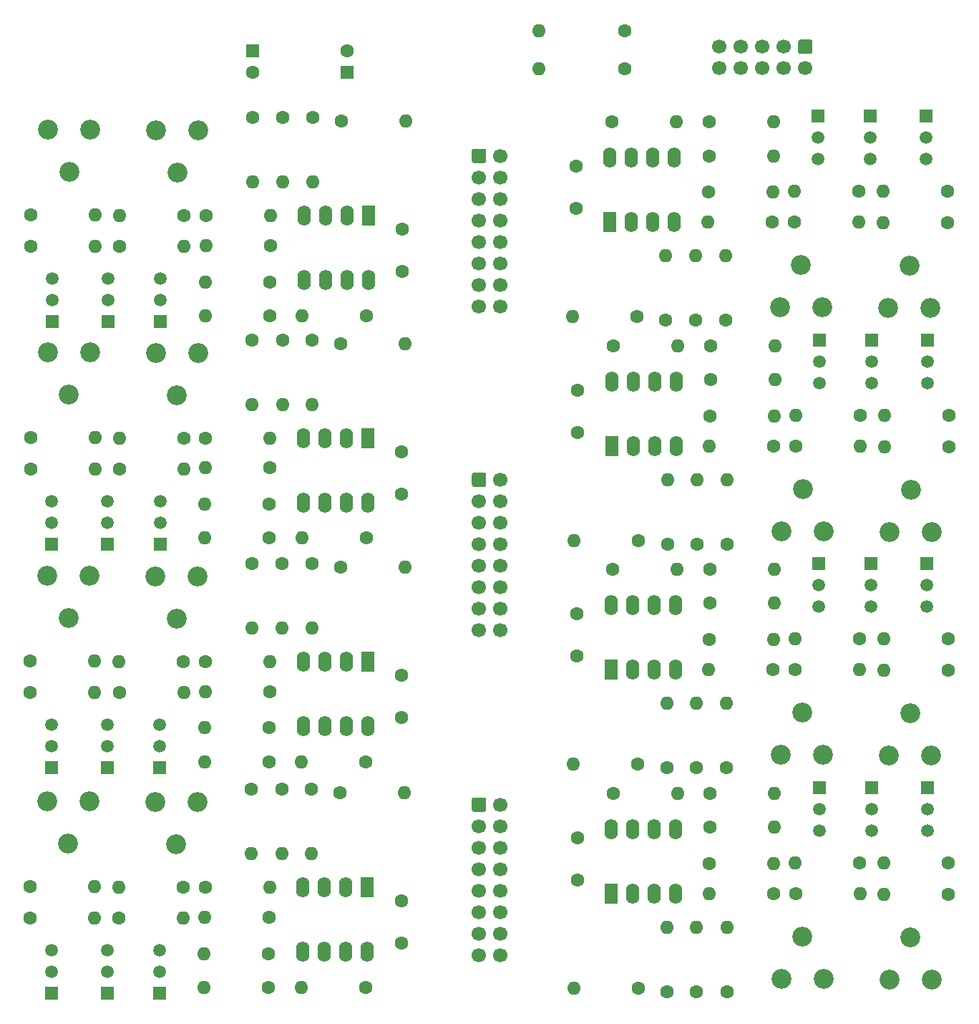
<source format=gbr>
%TF.GenerationSoftware,KiCad,Pcbnew,5.1.10-88a1d61d58~88~ubuntu20.10.1*%
%TF.CreationDate,2021-06-16T00:04:35+02:00*%
%TF.ProjectId,vca-8,7663612d-382e-46b6-9963-61645f706362,v1.0.0*%
%TF.SameCoordinates,Original*%
%TF.FileFunction,Soldermask,Top*%
%TF.FilePolarity,Negative*%
%FSLAX46Y46*%
G04 Gerber Fmt 4.6, Leading zero omitted, Abs format (unit mm)*
G04 Created by KiCad (PCBNEW 5.1.10-88a1d61d58~88~ubuntu20.10.1) date 2021-06-16 00:04:35*
%MOMM*%
%LPD*%
G01*
G04 APERTURE LIST*
%ADD10O,1.600000X2.400000*%
%ADD11R,1.600000X2.400000*%
%ADD12O,1.600000X1.600000*%
%ADD13C,1.600000*%
%ADD14R,1.500000X1.500000*%
%ADD15C,1.500000*%
%ADD16C,2.340000*%
%ADD17C,1.700000*%
%ADD18R,1.600000X1.600000*%
G04 APERTURE END LIST*
D10*
%TO.C,U8*%
X70580000Y-129830000D03*
X62960000Y-122210000D03*
X68040000Y-129830000D03*
X65500000Y-122210000D03*
X65500000Y-129830000D03*
X68040000Y-122210000D03*
X62960000Y-129830000D03*
D11*
X70580000Y-122210000D03*
%TD*%
D10*
%TO.C,U7*%
X99440000Y-115280000D03*
X107060000Y-122900000D03*
X101980000Y-115280000D03*
X104520000Y-122900000D03*
X104520000Y-115280000D03*
X101980000Y-122900000D03*
X107060000Y-115280000D03*
D11*
X99440000Y-122900000D03*
%TD*%
D10*
%TO.C,U6*%
X70620000Y-103150000D03*
X63000000Y-95530000D03*
X68080000Y-103150000D03*
X65540000Y-95530000D03*
X65540000Y-103150000D03*
X68080000Y-95530000D03*
X63000000Y-103150000D03*
D11*
X70620000Y-95530000D03*
%TD*%
D10*
%TO.C,U5*%
X99400000Y-88780000D03*
X107020000Y-96400000D03*
X101940000Y-88780000D03*
X104480000Y-96400000D03*
X104480000Y-88780000D03*
X101940000Y-96400000D03*
X107020000Y-88780000D03*
D11*
X99400000Y-96400000D03*
%TD*%
D10*
%TO.C,U4*%
X70660000Y-76710000D03*
X63040000Y-69090000D03*
X68120000Y-76710000D03*
X65580000Y-69090000D03*
X65580000Y-76710000D03*
X68120000Y-69090000D03*
X63040000Y-76710000D03*
D11*
X70660000Y-69090000D03*
%TD*%
D10*
%TO.C,U2*%
X99480000Y-62360000D03*
X107100000Y-69980000D03*
X102020000Y-62360000D03*
X104560000Y-69980000D03*
X104560000Y-62360000D03*
X102020000Y-69980000D03*
X107100000Y-62360000D03*
D11*
X99480000Y-69980000D03*
%TD*%
D10*
%TO.C,U1*%
X70700000Y-50410000D03*
X63080000Y-42790000D03*
X68160000Y-50410000D03*
X65620000Y-42790000D03*
X65620000Y-50410000D03*
X68160000Y-42790000D03*
X63080000Y-50410000D03*
D11*
X70700000Y-42790000D03*
%TD*%
D12*
%TO.C,R120*%
X62760000Y-134010000D03*
D13*
X70380000Y-134010000D03*
%TD*%
D12*
%TO.C,R119*%
X51260000Y-134010000D03*
D13*
X58880000Y-134010000D03*
%TD*%
D12*
%TO.C,R118*%
X51260000Y-130010000D03*
D13*
X58880000Y-130010000D03*
%TD*%
D12*
%TO.C,R117*%
X51360000Y-125710000D03*
D13*
X58980000Y-125710000D03*
%TD*%
D12*
%TO.C,R116*%
X38300000Y-122110000D03*
D13*
X30680000Y-122110000D03*
%TD*%
D12*
%TO.C,R115*%
X59000000Y-122210000D03*
D13*
X51380000Y-122210000D03*
%TD*%
D12*
%TO.C,R114*%
X48800000Y-125810000D03*
D13*
X41180000Y-125810000D03*
%TD*%
D12*
%TO.C,R113*%
X38300000Y-125810000D03*
D13*
X30680000Y-125810000D03*
%TD*%
D12*
%TO.C,R112*%
X41160000Y-122210000D03*
D13*
X48780000Y-122210000D03*
%TD*%
D12*
%TO.C,R111*%
X60480000Y-118210000D03*
D13*
X60480000Y-110590000D03*
%TD*%
D12*
%TO.C,R110*%
X63980000Y-118230000D03*
D13*
X63980000Y-110610000D03*
%TD*%
D12*
%TO.C,R109*%
X56880000Y-118230000D03*
D13*
X56880000Y-110610000D03*
%TD*%
D12*
%TO.C,R108*%
X75000000Y-111010000D03*
D13*
X67380000Y-111010000D03*
%TD*%
D12*
%TO.C,R105*%
X107260000Y-111100000D03*
D13*
X99640000Y-111100000D03*
%TD*%
D12*
%TO.C,R104*%
X118760000Y-111100000D03*
D13*
X111140000Y-111100000D03*
%TD*%
D12*
%TO.C,R103*%
X118760000Y-115100000D03*
D13*
X111140000Y-115100000D03*
%TD*%
D12*
%TO.C,R102*%
X118660000Y-119400000D03*
D13*
X111040000Y-119400000D03*
%TD*%
D12*
%TO.C,R101*%
X131720000Y-123000000D03*
D13*
X139340000Y-123000000D03*
%TD*%
D12*
%TO.C,R100*%
X111020000Y-122900000D03*
D13*
X118640000Y-122900000D03*
%TD*%
D12*
%TO.C,R99*%
X121220000Y-119300000D03*
D13*
X128840000Y-119300000D03*
%TD*%
D12*
%TO.C,R98*%
X131720000Y-119300000D03*
D13*
X139340000Y-119300000D03*
%TD*%
D12*
%TO.C,R97*%
X128860000Y-122900000D03*
D13*
X121240000Y-122900000D03*
%TD*%
D12*
%TO.C,R96*%
X109540000Y-126900000D03*
D13*
X109540000Y-134520000D03*
%TD*%
D12*
%TO.C,R95*%
X106040000Y-126880000D03*
D13*
X106040000Y-134500000D03*
%TD*%
D12*
%TO.C,R94*%
X113140000Y-126880000D03*
D13*
X113140000Y-134500000D03*
%TD*%
D12*
%TO.C,R93*%
X95020000Y-134100000D03*
D13*
X102640000Y-134100000D03*
%TD*%
D12*
%TO.C,R90*%
X62800000Y-107330000D03*
D13*
X70420000Y-107330000D03*
%TD*%
D12*
%TO.C,R89*%
X51300000Y-107330000D03*
D13*
X58920000Y-107330000D03*
%TD*%
D12*
%TO.C,R88*%
X51300000Y-103330000D03*
D13*
X58920000Y-103330000D03*
%TD*%
D12*
%TO.C,R87*%
X51400000Y-99030000D03*
D13*
X59020000Y-99030000D03*
%TD*%
D12*
%TO.C,R86*%
X38340000Y-95430000D03*
D13*
X30720000Y-95430000D03*
%TD*%
D12*
%TO.C,R85*%
X59040000Y-95530000D03*
D13*
X51420000Y-95530000D03*
%TD*%
D12*
%TO.C,R84*%
X48840000Y-99130000D03*
D13*
X41220000Y-99130000D03*
%TD*%
D12*
%TO.C,R83*%
X38340000Y-99130000D03*
D13*
X30720000Y-99130000D03*
%TD*%
D12*
%TO.C,R82*%
X41200000Y-95530000D03*
D13*
X48820000Y-95530000D03*
%TD*%
D12*
%TO.C,R81*%
X60520000Y-91530000D03*
D13*
X60520000Y-83910000D03*
%TD*%
D12*
%TO.C,R80*%
X64020000Y-91550000D03*
D13*
X64020000Y-83930000D03*
%TD*%
D12*
%TO.C,R79*%
X56920000Y-91550000D03*
D13*
X56920000Y-83930000D03*
%TD*%
D12*
%TO.C,R78*%
X75040000Y-84330000D03*
D13*
X67420000Y-84330000D03*
%TD*%
D12*
%TO.C,R75*%
X107220000Y-84600000D03*
D13*
X99600000Y-84600000D03*
%TD*%
D12*
%TO.C,R74*%
X118720000Y-84600000D03*
D13*
X111100000Y-84600000D03*
%TD*%
D12*
%TO.C,R73*%
X118720000Y-88600000D03*
D13*
X111100000Y-88600000D03*
%TD*%
D12*
%TO.C,R72*%
X118620000Y-92900000D03*
D13*
X111000000Y-92900000D03*
%TD*%
D12*
%TO.C,R71*%
X131680000Y-96500000D03*
D13*
X139300000Y-96500000D03*
%TD*%
D12*
%TO.C,R70*%
X110980000Y-96400000D03*
D13*
X118600000Y-96400000D03*
%TD*%
D12*
%TO.C,R69*%
X121180000Y-92800000D03*
D13*
X128800000Y-92800000D03*
%TD*%
D12*
%TO.C,R68*%
X131680000Y-92800000D03*
D13*
X139300000Y-92800000D03*
%TD*%
D12*
%TO.C,R67*%
X128820000Y-96400000D03*
D13*
X121200000Y-96400000D03*
%TD*%
D12*
%TO.C,R66*%
X109500000Y-100400000D03*
D13*
X109500000Y-108020000D03*
%TD*%
D12*
%TO.C,R65*%
X106000000Y-100380000D03*
D13*
X106000000Y-108000000D03*
%TD*%
D12*
%TO.C,R64*%
X113100000Y-100380000D03*
D13*
X113100000Y-108000000D03*
%TD*%
D12*
%TO.C,R63*%
X94980000Y-107600000D03*
D13*
X102600000Y-107600000D03*
%TD*%
D12*
%TO.C,R60*%
X62840000Y-80890000D03*
D13*
X70460000Y-80890000D03*
%TD*%
D12*
%TO.C,R59*%
X51340000Y-80890000D03*
D13*
X58960000Y-80890000D03*
%TD*%
D12*
%TO.C,R58*%
X51340000Y-76890000D03*
D13*
X58960000Y-76890000D03*
%TD*%
D12*
%TO.C,R57*%
X51440000Y-72590000D03*
D13*
X59060000Y-72590000D03*
%TD*%
D12*
%TO.C,R56*%
X38380000Y-68990000D03*
D13*
X30760000Y-68990000D03*
%TD*%
D12*
%TO.C,R55*%
X59080000Y-69090000D03*
D13*
X51460000Y-69090000D03*
%TD*%
D12*
%TO.C,R54*%
X48880000Y-72690000D03*
D13*
X41260000Y-72690000D03*
%TD*%
D12*
%TO.C,R53*%
X38380000Y-72690000D03*
D13*
X30760000Y-72690000D03*
%TD*%
D12*
%TO.C,R52*%
X41240000Y-69090000D03*
D13*
X48860000Y-69090000D03*
%TD*%
D12*
%TO.C,R51*%
X60560000Y-65090000D03*
D13*
X60560000Y-57470000D03*
%TD*%
D12*
%TO.C,R50*%
X64060000Y-65110000D03*
D13*
X64060000Y-57490000D03*
%TD*%
D12*
%TO.C,R49*%
X56960000Y-65110000D03*
D13*
X56960000Y-57490000D03*
%TD*%
D12*
%TO.C,R48*%
X75080000Y-57890000D03*
D13*
X67460000Y-57890000D03*
%TD*%
D12*
%TO.C,R45*%
X107300000Y-58180000D03*
D13*
X99680000Y-58180000D03*
%TD*%
D12*
%TO.C,R44*%
X118800000Y-58180000D03*
D13*
X111180000Y-58180000D03*
%TD*%
D12*
%TO.C,R43*%
X118800000Y-62180000D03*
D13*
X111180000Y-62180000D03*
%TD*%
D12*
%TO.C,R42*%
X118700000Y-66480000D03*
D13*
X111080000Y-66480000D03*
%TD*%
D12*
%TO.C,R41*%
X131760000Y-70080000D03*
D13*
X139380000Y-70080000D03*
%TD*%
D12*
%TO.C,R40*%
X111060000Y-69980000D03*
D13*
X118680000Y-69980000D03*
%TD*%
D12*
%TO.C,R39*%
X121260000Y-66380000D03*
D13*
X128880000Y-66380000D03*
%TD*%
D12*
%TO.C,R38*%
X131760000Y-66380000D03*
D13*
X139380000Y-66380000D03*
%TD*%
D12*
%TO.C,R37*%
X128900000Y-69980000D03*
D13*
X121280000Y-69980000D03*
%TD*%
D12*
%TO.C,R36*%
X109580000Y-73980000D03*
D13*
X109580000Y-81600000D03*
%TD*%
D12*
%TO.C,R35*%
X106080000Y-73960000D03*
D13*
X106080000Y-81580000D03*
%TD*%
D12*
%TO.C,R34*%
X113180000Y-73960000D03*
D13*
X113180000Y-81580000D03*
%TD*%
D12*
%TO.C,R33*%
X95060000Y-81180000D03*
D13*
X102680000Y-81180000D03*
%TD*%
D12*
%TO.C,R30*%
X62880000Y-54590000D03*
D13*
X70500000Y-54590000D03*
%TD*%
D12*
%TO.C,R29*%
X51380000Y-54590000D03*
D13*
X59000000Y-54590000D03*
%TD*%
D12*
%TO.C,R28*%
X51380000Y-50590000D03*
D13*
X59000000Y-50590000D03*
%TD*%
D12*
%TO.C,R27*%
X51480000Y-46290000D03*
D13*
X59100000Y-46290000D03*
%TD*%
D12*
%TO.C,R26*%
X38420000Y-42690000D03*
D13*
X30800000Y-42690000D03*
%TD*%
D12*
%TO.C,R10*%
X59120000Y-42790000D03*
D13*
X51500000Y-42790000D03*
%TD*%
D12*
%TO.C,R9*%
X48920000Y-46390000D03*
D13*
X41300000Y-46390000D03*
%TD*%
D12*
%TO.C,R8*%
X38420000Y-46390000D03*
D13*
X30800000Y-46390000D03*
%TD*%
D12*
%TO.C,R7*%
X41280000Y-42790000D03*
D13*
X48900000Y-42790000D03*
%TD*%
D12*
%TO.C,R6*%
X60600000Y-38790000D03*
D13*
X60600000Y-31170000D03*
%TD*%
D12*
%TO.C,R5*%
X64100000Y-38810000D03*
D13*
X64100000Y-31190000D03*
%TD*%
D12*
%TO.C,R4*%
X57000000Y-38810000D03*
D13*
X57000000Y-31190000D03*
%TD*%
D12*
%TO.C,R3*%
X75120000Y-31590000D03*
D13*
X67500000Y-31590000D03*
%TD*%
D14*
%TO.C,Q24*%
X39780000Y-134710000D03*
D15*
X39780000Y-129630000D03*
X39780000Y-132170000D03*
%TD*%
D14*
%TO.C,Q23*%
X33180000Y-134710000D03*
D15*
X33180000Y-129630000D03*
X33180000Y-132170000D03*
%TD*%
D14*
%TO.C,Q22*%
X45980000Y-134710000D03*
D15*
X45980000Y-129630000D03*
X45980000Y-132170000D03*
%TD*%
D14*
%TO.C,Q21*%
X130240000Y-110400000D03*
D15*
X130240000Y-115480000D03*
X130240000Y-112940000D03*
%TD*%
D14*
%TO.C,Q20*%
X136840000Y-110400000D03*
D15*
X136840000Y-115480000D03*
X136840000Y-112940000D03*
%TD*%
D14*
%TO.C,Q19*%
X124040000Y-110400000D03*
D15*
X124040000Y-115480000D03*
X124040000Y-112940000D03*
%TD*%
D14*
%TO.C,Q18*%
X39820000Y-108030000D03*
D15*
X39820000Y-102950000D03*
X39820000Y-105490000D03*
%TD*%
D14*
%TO.C,Q17*%
X33220000Y-108030000D03*
D15*
X33220000Y-102950000D03*
X33220000Y-105490000D03*
%TD*%
D14*
%TO.C,Q16*%
X46020000Y-108030000D03*
D15*
X46020000Y-102950000D03*
X46020000Y-105490000D03*
%TD*%
D14*
%TO.C,Q15*%
X130200000Y-83900000D03*
D15*
X130200000Y-88980000D03*
X130200000Y-86440000D03*
%TD*%
D14*
%TO.C,Q14*%
X136800000Y-83900000D03*
D15*
X136800000Y-88980000D03*
X136800000Y-86440000D03*
%TD*%
D14*
%TO.C,Q13*%
X124000000Y-83900000D03*
D15*
X124000000Y-88980000D03*
X124000000Y-86440000D03*
%TD*%
D14*
%TO.C,Q12*%
X39860000Y-81590000D03*
D15*
X39860000Y-76510000D03*
X39860000Y-79050000D03*
%TD*%
D14*
%TO.C,Q11*%
X33260000Y-81590000D03*
D15*
X33260000Y-76510000D03*
X33260000Y-79050000D03*
%TD*%
D14*
%TO.C,Q10*%
X46060000Y-81590000D03*
D15*
X46060000Y-76510000D03*
X46060000Y-79050000D03*
%TD*%
D14*
%TO.C,Q9*%
X130280000Y-57480000D03*
D15*
X130280000Y-62560000D03*
X130280000Y-60020000D03*
%TD*%
D14*
%TO.C,Q8*%
X136880000Y-57480000D03*
D15*
X136880000Y-62560000D03*
X136880000Y-60020000D03*
%TD*%
D14*
%TO.C,Q7*%
X124080000Y-57480000D03*
D15*
X124080000Y-62560000D03*
X124080000Y-60020000D03*
%TD*%
D14*
%TO.C,Q6*%
X39900000Y-55290000D03*
D15*
X39900000Y-50210000D03*
X39900000Y-52750000D03*
%TD*%
D14*
%TO.C,Q5*%
X33300000Y-55290000D03*
D15*
X33300000Y-50210000D03*
X33300000Y-52750000D03*
%TD*%
D14*
%TO.C,Q4*%
X46100000Y-55290000D03*
D15*
X46100000Y-50210000D03*
X46100000Y-52750000D03*
%TD*%
D16*
%TO.C,OFFSET8*%
X37680000Y-112010000D03*
X35180000Y-117010000D03*
X32680000Y-112010000D03*
%TD*%
%TO.C,OFFSET7*%
X132340000Y-133100000D03*
X134840000Y-128100000D03*
X137340000Y-133100000D03*
%TD*%
%TO.C,OFFSET6*%
X37720000Y-85330000D03*
X35220000Y-90330000D03*
X32720000Y-85330000D03*
%TD*%
%TO.C,OFFSET5*%
X132300000Y-106600000D03*
X134800000Y-101600000D03*
X137300000Y-106600000D03*
%TD*%
%TO.C,OFFSET4*%
X37760000Y-58890000D03*
X35260000Y-63890000D03*
X32760000Y-58890000D03*
%TD*%
%TO.C,OFFSET3*%
X132380000Y-80180000D03*
X134880000Y-75180000D03*
X137380000Y-80180000D03*
%TD*%
%TO.C,OFFSET2*%
X37800000Y-32590000D03*
X35300000Y-37590000D03*
X32800000Y-32590000D03*
%TD*%
%TO.C,LEVEL8*%
X50480000Y-112110000D03*
X47980000Y-117110000D03*
X45480000Y-112110000D03*
%TD*%
%TO.C,LEVEL7*%
X119540000Y-133000000D03*
X122040000Y-128000000D03*
X124540000Y-133000000D03*
%TD*%
%TO.C,LEVEL6*%
X50520000Y-85430000D03*
X48020000Y-90430000D03*
X45520000Y-85430000D03*
%TD*%
%TO.C,LEVEL5*%
X119500000Y-106500000D03*
X122000000Y-101500000D03*
X124500000Y-106500000D03*
%TD*%
%TO.C,LEVEL4*%
X50560000Y-58990000D03*
X48060000Y-63990000D03*
X45560000Y-58990000D03*
%TD*%
%TO.C,LEVEL3*%
X119580000Y-80080000D03*
X122080000Y-75080000D03*
X124580000Y-80080000D03*
%TD*%
%TO.C,LEVEL2*%
X50600000Y-32690000D03*
X48100000Y-37690000D03*
X45600000Y-32690000D03*
%TD*%
D17*
%TO.C,J2*%
X86340000Y-91780000D03*
X86340000Y-89240000D03*
X86340000Y-86700000D03*
X86340000Y-84160000D03*
X86340000Y-81620000D03*
X86340000Y-79080000D03*
X86340000Y-76540000D03*
X86340000Y-74000000D03*
X83800000Y-91780000D03*
X83800000Y-89240000D03*
X83800000Y-86700000D03*
X83800000Y-84160000D03*
X83800000Y-81620000D03*
X83800000Y-79080000D03*
X83800000Y-76540000D03*
G36*
G01*
X82950000Y-74600000D02*
X82950000Y-73400000D01*
G75*
G02*
X83200000Y-73150000I250000J0D01*
G01*
X84400000Y-73150000D01*
G75*
G02*
X84650000Y-73400000I0J-250000D01*
G01*
X84650000Y-74600000D01*
G75*
G02*
X84400000Y-74850000I-250000J0D01*
G01*
X83200000Y-74850000D01*
G75*
G02*
X82950000Y-74600000I0J250000D01*
G01*
G37*
%TD*%
%TO.C,J1*%
X86340000Y-53480000D03*
X86340000Y-50940000D03*
X86340000Y-48400000D03*
X86340000Y-45860000D03*
X86340000Y-43320000D03*
X86340000Y-40780000D03*
X86340000Y-38240000D03*
X86340000Y-35700000D03*
X83800000Y-53480000D03*
X83800000Y-50940000D03*
X83800000Y-48400000D03*
X83800000Y-45860000D03*
X83800000Y-43320000D03*
X83800000Y-40780000D03*
X83800000Y-38240000D03*
G36*
G01*
X82950000Y-36300000D02*
X82950000Y-35100000D01*
G75*
G02*
X83200000Y-34850000I250000J0D01*
G01*
X84400000Y-34850000D01*
G75*
G02*
X84650000Y-35100000I0J-250000D01*
G01*
X84650000Y-36300000D01*
G75*
G02*
X84400000Y-36550000I-250000J0D01*
G01*
X83200000Y-36550000D01*
G75*
G02*
X82950000Y-36300000I0J250000D01*
G01*
G37*
%TD*%
D13*
%TO.C,C7*%
X74580000Y-128810000D03*
X74580000Y-123810000D03*
%TD*%
%TO.C,C6*%
X95440000Y-116300000D03*
X95440000Y-121300000D03*
%TD*%
%TO.C,C5*%
X74620000Y-102130000D03*
X74620000Y-97130000D03*
%TD*%
%TO.C,C4*%
X95400000Y-89800000D03*
X95400000Y-94800000D03*
%TD*%
%TO.C,C3*%
X74660000Y-75690000D03*
X74660000Y-70690000D03*
%TD*%
%TO.C,C2*%
X95480000Y-63380000D03*
X95480000Y-68380000D03*
%TD*%
%TO.C,C1*%
X74700000Y-49390000D03*
X74700000Y-44390000D03*
%TD*%
D14*
%TO.C,Q2*%
X130100000Y-31000000D03*
D15*
X130100000Y-36080000D03*
X130100000Y-33540000D03*
%TD*%
D14*
%TO.C,Q1*%
X123900000Y-31000000D03*
D15*
X123900000Y-36080000D03*
X123900000Y-33540000D03*
%TD*%
D17*
%TO.C,J3*%
X86340000Y-130180000D03*
X86340000Y-127640000D03*
X86340000Y-125100000D03*
X86340000Y-122560000D03*
X86340000Y-120020000D03*
X86340000Y-117480000D03*
X86340000Y-114940000D03*
X86340000Y-112400000D03*
X83800000Y-130180000D03*
X83800000Y-127640000D03*
X83800000Y-125100000D03*
X83800000Y-122560000D03*
X83800000Y-120020000D03*
X83800000Y-117480000D03*
X83800000Y-114940000D03*
G36*
G01*
X82950000Y-113000000D02*
X82950000Y-111800000D01*
G75*
G02*
X83200000Y-111550000I250000J0D01*
G01*
X84400000Y-111550000D01*
G75*
G02*
X84650000Y-111800000I0J-250000D01*
G01*
X84650000Y-113000000D01*
G75*
G02*
X84400000Y-113250000I-250000J0D01*
G01*
X83200000Y-113250000D01*
G75*
G02*
X82950000Y-113000000I0J250000D01*
G01*
G37*
%TD*%
D12*
%TO.C,FB2*%
X90840000Y-25400000D03*
D13*
X101000000Y-25400000D03*
%TD*%
D12*
%TO.C,FB1*%
X90840000Y-20900000D03*
D13*
X101000000Y-20900000D03*
%TD*%
%TO.C,C10*%
X68200000Y-23300000D03*
D18*
X68200000Y-25800000D03*
%TD*%
D13*
%TO.C,C9*%
X57000000Y-25800000D03*
D18*
X57000000Y-23300000D03*
%TD*%
D14*
%TO.C,Q3*%
X136700000Y-31000000D03*
D15*
X136700000Y-36080000D03*
X136700000Y-33540000D03*
%TD*%
D10*
%TO.C,U3*%
X99300000Y-35880000D03*
X106920000Y-43500000D03*
X101840000Y-35880000D03*
X104380000Y-43500000D03*
X104380000Y-35880000D03*
X101840000Y-43500000D03*
X106920000Y-35880000D03*
D11*
X99300000Y-43500000D03*
%TD*%
D12*
%TO.C,R25*%
X107120000Y-31700000D03*
D13*
X99500000Y-31700000D03*
%TD*%
D12*
%TO.C,R24*%
X118620000Y-31700000D03*
D13*
X111000000Y-31700000D03*
%TD*%
D12*
%TO.C,R23*%
X118620000Y-35700000D03*
D13*
X111000000Y-35700000D03*
%TD*%
D12*
%TO.C,R22*%
X118520000Y-40000000D03*
D13*
X110900000Y-40000000D03*
%TD*%
D12*
%TO.C,R21*%
X131580000Y-43600000D03*
D13*
X139200000Y-43600000D03*
%TD*%
D12*
%TO.C,R20*%
X110880000Y-43500000D03*
D13*
X118500000Y-43500000D03*
%TD*%
D12*
%TO.C,R19*%
X121080000Y-39900000D03*
D13*
X128700000Y-39900000D03*
%TD*%
D12*
%TO.C,R18*%
X131580000Y-39900000D03*
D13*
X139200000Y-39900000D03*
%TD*%
D12*
%TO.C,R17*%
X128720000Y-43500000D03*
D13*
X121100000Y-43500000D03*
%TD*%
D12*
%TO.C,R16*%
X109400000Y-47500000D03*
D13*
X109400000Y-55120000D03*
%TD*%
D12*
%TO.C,R15*%
X105900000Y-47480000D03*
D13*
X105900000Y-55100000D03*
%TD*%
D12*
%TO.C,R14*%
X113000000Y-47480000D03*
D13*
X113000000Y-55100000D03*
%TD*%
D12*
%TO.C,R13*%
X94880000Y-54700000D03*
D13*
X102500000Y-54700000D03*
%TD*%
D17*
%TO.C,POWER1*%
X112240000Y-25340000D03*
X114780000Y-25340000D03*
X117320000Y-25340000D03*
X119860000Y-25340000D03*
X122400000Y-25340000D03*
X112240000Y-22800000D03*
X114780000Y-22800000D03*
X117320000Y-22800000D03*
X119860000Y-22800000D03*
G36*
G01*
X121800000Y-21950000D02*
X123000000Y-21950000D01*
G75*
G02*
X123250000Y-22200000I0J-250000D01*
G01*
X123250000Y-23400000D01*
G75*
G02*
X123000000Y-23650000I-250000J0D01*
G01*
X121800000Y-23650000D01*
G75*
G02*
X121550000Y-23400000I0J250000D01*
G01*
X121550000Y-22200000D01*
G75*
G02*
X121800000Y-21950000I250000J0D01*
G01*
G37*
%TD*%
D16*
%TO.C,OFFSET1*%
X132200000Y-53700000D03*
X134700000Y-48700000D03*
X137200000Y-53700000D03*
%TD*%
%TO.C,LEVEL1*%
X119400000Y-53600000D03*
X121900000Y-48600000D03*
X124400000Y-53600000D03*
%TD*%
D13*
%TO.C,C8*%
X95300000Y-36900000D03*
X95300000Y-41900000D03*
%TD*%
M02*

</source>
